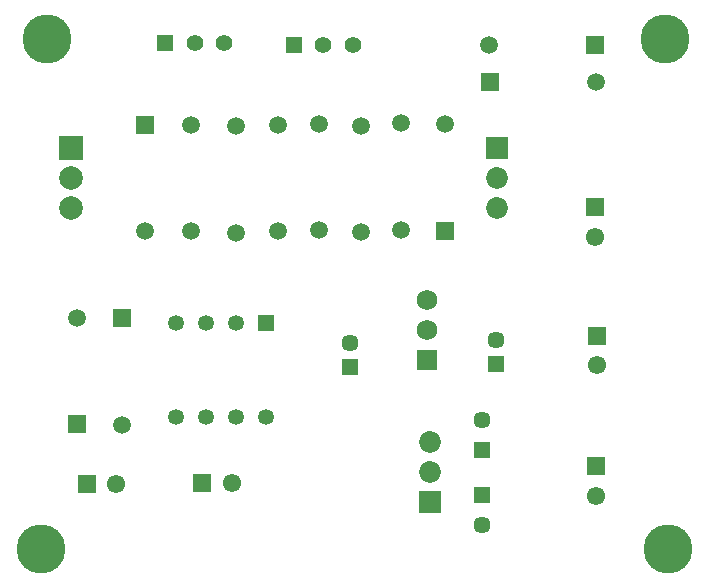
<source format=gts>
G04*
G04 #@! TF.GenerationSoftware,Altium Limited,Altium Designer,23.6.0 (18)*
G04*
G04 Layer_Color=8388736*
%FSLAX44Y44*%
%MOMM*%
G71*
G04*
G04 #@! TF.SameCoordinates,C98FF4F9-6FCD-44A5-A41D-EB2AB3F7E161*
G04*
G04*
G04 #@! TF.FilePolarity,Negative*
G04*
G01*
G75*
%ADD15R,1.5500X1.5500*%
%ADD16C,1.5500*%
%ADD17R,1.8500X1.8500*%
%ADD18C,1.8500*%
%ADD19R,1.5000X1.5000*%
%ADD20C,1.5000*%
%ADD21C,1.4000*%
%ADD22R,1.4000X1.4000*%
%ADD23R,1.7500X1.7500*%
%ADD24C,1.7500*%
%ADD25R,1.5500X1.5500*%
%ADD26R,1.3500X1.3500*%
%ADD27C,1.3500*%
%ADD28C,1.4500*%
%ADD29R,1.4500X1.4500*%
%ADD30C,1.8500*%
%ADD31R,1.8500X1.8500*%
%ADD32R,1.5000X1.5000*%
%ADD33C,2.0000*%
%ADD34R,2.0000X2.0000*%
%ADD35C,4.1500*%
D15*
X491991Y313290D02*
D03*
X493431Y204270D02*
D03*
X493261Y93980D02*
D03*
D16*
X491991Y288290D02*
D03*
X493431Y179270D02*
D03*
X184651Y80010D02*
D03*
X86861Y78740D02*
D03*
X493261Y68980D02*
D03*
D17*
X409441Y363220D02*
D03*
D18*
Y337820D02*
D03*
Y312420D02*
D03*
D19*
X403261Y419100D02*
D03*
X491991Y450850D02*
D03*
D20*
X493261Y419100D02*
D03*
X401991Y450850D02*
D03*
X53841Y219710D02*
D03*
X364991Y383370D02*
D03*
X328161Y384090D02*
D03*
Y294090D02*
D03*
X293871Y292270D02*
D03*
Y382270D02*
D03*
X258311Y383540D02*
D03*
Y293540D02*
D03*
X224021Y292820D02*
D03*
Y382820D02*
D03*
X91941Y128990D02*
D03*
X188461Y381550D02*
D03*
Y291550D02*
D03*
X150361Y292820D02*
D03*
Y382820D02*
D03*
X110991Y292820D02*
D03*
D21*
X287121Y450850D02*
D03*
X262121D02*
D03*
X178301Y452120D02*
D03*
X153301D02*
D03*
D22*
X237121Y450850D02*
D03*
X128301Y452120D02*
D03*
D23*
X349751Y184150D02*
D03*
D24*
Y209550D02*
D03*
Y234950D02*
D03*
D25*
X159651Y80010D02*
D03*
X61861Y78740D02*
D03*
D26*
X213861Y214960D02*
D03*
D27*
X188461D02*
D03*
X163061D02*
D03*
X137661D02*
D03*
Y135560D02*
D03*
X163061D02*
D03*
X188461D02*
D03*
X213861D02*
D03*
D28*
X396741Y44450D02*
D03*
Y133350D02*
D03*
X284981Y197800D02*
D03*
X408171Y200660D02*
D03*
D29*
X396741Y69850D02*
D03*
Y107950D02*
D03*
X284981Y177800D02*
D03*
X408171Y180660D02*
D03*
D30*
X352291Y114300D02*
D03*
Y88900D02*
D03*
D31*
Y63500D02*
D03*
D32*
X53841Y129710D02*
D03*
X364991Y293370D02*
D03*
X91941Y218990D02*
D03*
X110991Y382820D02*
D03*
D33*
X48761Y312420D02*
D03*
Y337820D02*
D03*
D34*
Y363220D02*
D03*
D35*
X23361Y24130D02*
D03*
X554221D02*
D03*
X551681Y455930D02*
D03*
X28441D02*
D03*
M02*

</source>
